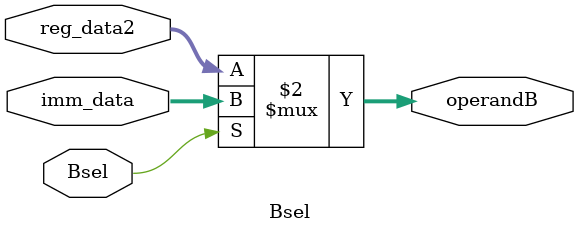
<source format=v>
module Bsel (
    input [31:0] reg_data2,
    input [31:0] imm_data,
    input Bsel,
    output [31:0] operandB
);
    
    assign operandB= (Bsel==0)? reg_data2: imm_data;
    
endmodule
</source>
